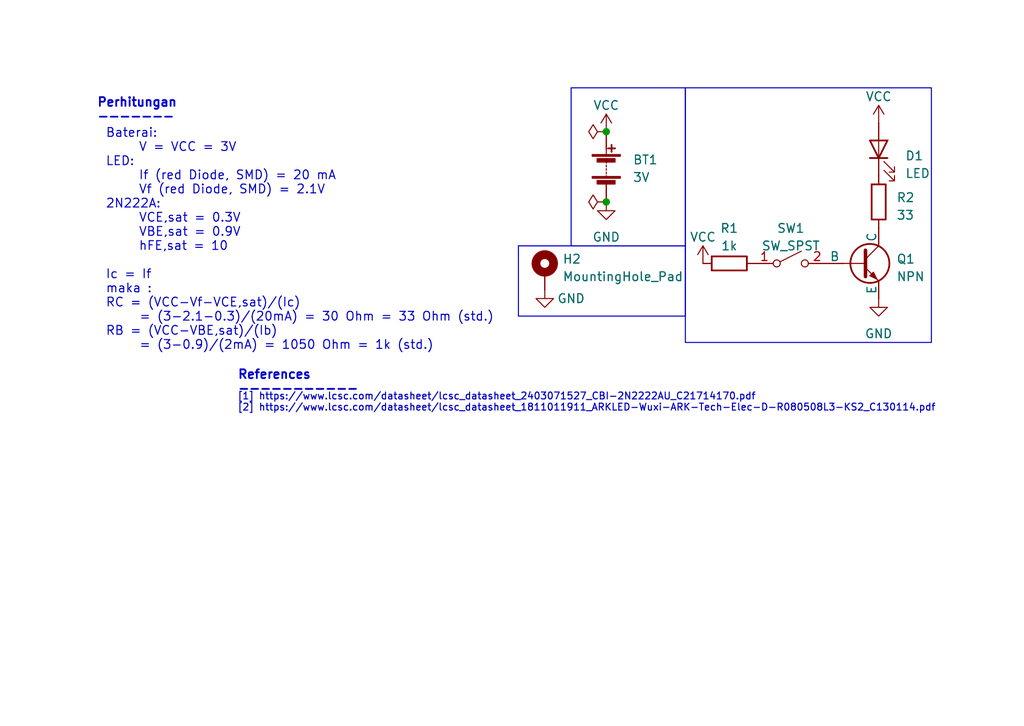
<source format=kicad_sch>
(kicad_sch (version 20230121) (generator eeschema)

  (uuid 80fe8cff-c6b2-4c60-a93b-1dd1e2b73d64)

  (paper "User" 148.006 105.004)

  (title_block
    (title "Transistor as Switch (Badge)")
    (date "2024-04-07")
    (rev "1")
    (company "Institut Teknologi Bandung")
    (comment 1 "Bostang Palaguna")
    (comment 2 "Designer by :")
  )

  (lib_symbols
    (symbol "Device:Battery" (pin_numbers hide) (pin_names (offset 0) hide) (in_bom yes) (on_board yes)
      (property "Reference" "BT" (at 2.54 2.54 0)
        (effects (font (size 1.27 1.27)) (justify left))
      )
      (property "Value" "Battery" (at 2.54 0 0)
        (effects (font (size 1.27 1.27)) (justify left))
      )
      (property "Footprint" "" (at 0 1.524 90)
        (effects (font (size 1.27 1.27)) hide)
      )
      (property "Datasheet" "~" (at 0 1.524 90)
        (effects (font (size 1.27 1.27)) hide)
      )
      (property "ki_keywords" "batt voltage-source cell" (at 0 0 0)
        (effects (font (size 1.27 1.27)) hide)
      )
      (property "ki_description" "Multiple-cell battery" (at 0 0 0)
        (effects (font (size 1.27 1.27)) hide)
      )
      (symbol "Battery_0_1"
        (rectangle (start -2.032 -1.397) (end 2.032 -1.651)
          (stroke (width 0) (type default))
          (fill (type outline))
        )
        (rectangle (start -2.032 1.778) (end 2.032 1.524)
          (stroke (width 0) (type default))
          (fill (type outline))
        )
        (rectangle (start -1.3208 -1.9812) (end 1.27 -2.4892)
          (stroke (width 0) (type default))
          (fill (type outline))
        )
        (rectangle (start -1.3208 1.1938) (end 1.27 0.6858)
          (stroke (width 0) (type default))
          (fill (type outline))
        )
        (polyline
          (pts
            (xy 0 -1.524)
            (xy 0 -1.27)
          )
          (stroke (width 0) (type default))
          (fill (type none))
        )
        (polyline
          (pts
            (xy 0 -1.016)
            (xy 0 -0.762)
          )
          (stroke (width 0) (type default))
          (fill (type none))
        )
        (polyline
          (pts
            (xy 0 -0.508)
            (xy 0 -0.254)
          )
          (stroke (width 0) (type default))
          (fill (type none))
        )
        (polyline
          (pts
            (xy 0 0)
            (xy 0 0.254)
          )
          (stroke (width 0) (type default))
          (fill (type none))
        )
        (polyline
          (pts
            (xy 0 0.508)
            (xy 0 0.762)
          )
          (stroke (width 0) (type default))
          (fill (type none))
        )
        (polyline
          (pts
            (xy 0 1.778)
            (xy 0 2.54)
          )
          (stroke (width 0) (type default))
          (fill (type none))
        )
        (polyline
          (pts
            (xy 0.254 2.667)
            (xy 1.27 2.667)
          )
          (stroke (width 0.254) (type default))
          (fill (type none))
        )
        (polyline
          (pts
            (xy 0.762 3.175)
            (xy 0.762 2.159)
          )
          (stroke (width 0.254) (type default))
          (fill (type none))
        )
      )
      (symbol "Battery_1_1"
        (pin passive line (at 0 5.08 270) (length 2.54)
          (name "+" (effects (font (size 1.27 1.27))))
          (number "1" (effects (font (size 1.27 1.27))))
        )
        (pin passive line (at 0 -5.08 90) (length 2.54)
          (name "-" (effects (font (size 1.27 1.27))))
          (number "2" (effects (font (size 1.27 1.27))))
        )
      )
    )
    (symbol "Device:LED" (pin_numbers hide) (pin_names (offset 1.016) hide) (in_bom yes) (on_board yes)
      (property "Reference" "D" (at 0 2.54 0)
        (effects (font (size 1.27 1.27)))
      )
      (property "Value" "LED" (at 0 -2.54 0)
        (effects (font (size 1.27 1.27)))
      )
      (property "Footprint" "" (at 0 0 0)
        (effects (font (size 1.27 1.27)) hide)
      )
      (property "Datasheet" "~" (at 0 0 0)
        (effects (font (size 1.27 1.27)) hide)
      )
      (property "ki_keywords" "LED diode" (at 0 0 0)
        (effects (font (size 1.27 1.27)) hide)
      )
      (property "ki_description" "Light emitting diode" (at 0 0 0)
        (effects (font (size 1.27 1.27)) hide)
      )
      (property "ki_fp_filters" "LED* LED_SMD:* LED_THT:*" (at 0 0 0)
        (effects (font (size 1.27 1.27)) hide)
      )
      (symbol "LED_0_1"
        (polyline
          (pts
            (xy -1.27 -1.27)
            (xy -1.27 1.27)
          )
          (stroke (width 0.254) (type default))
          (fill (type none))
        )
        (polyline
          (pts
            (xy -1.27 0)
            (xy 1.27 0)
          )
          (stroke (width 0) (type default))
          (fill (type none))
        )
        (polyline
          (pts
            (xy 1.27 -1.27)
            (xy 1.27 1.27)
            (xy -1.27 0)
            (xy 1.27 -1.27)
          )
          (stroke (width 0.254) (type default))
          (fill (type none))
        )
        (polyline
          (pts
            (xy -3.048 -0.762)
            (xy -4.572 -2.286)
            (xy -3.81 -2.286)
            (xy -4.572 -2.286)
            (xy -4.572 -1.524)
          )
          (stroke (width 0) (type default))
          (fill (type none))
        )
        (polyline
          (pts
            (xy -1.778 -0.762)
            (xy -3.302 -2.286)
            (xy -2.54 -2.286)
            (xy -3.302 -2.286)
            (xy -3.302 -1.524)
          )
          (stroke (width 0) (type default))
          (fill (type none))
        )
      )
      (symbol "LED_1_1"
        (pin passive line (at -3.81 0 0) (length 2.54)
          (name "K" (effects (font (size 1.27 1.27))))
          (number "1" (effects (font (size 1.27 1.27))))
        )
        (pin passive line (at 3.81 0 180) (length 2.54)
          (name "A" (effects (font (size 1.27 1.27))))
          (number "2" (effects (font (size 1.27 1.27))))
        )
      )
    )
    (symbol "Device:R" (pin_numbers hide) (pin_names (offset 0)) (in_bom yes) (on_board yes)
      (property "Reference" "R" (at 2.032 0 90)
        (effects (font (size 1.27 1.27)))
      )
      (property "Value" "R" (at 0 0 90)
        (effects (font (size 1.27 1.27)))
      )
      (property "Footprint" "" (at -1.778 0 90)
        (effects (font (size 1.27 1.27)) hide)
      )
      (property "Datasheet" "~" (at 0 0 0)
        (effects (font (size 1.27 1.27)) hide)
      )
      (property "ki_keywords" "R res resistor" (at 0 0 0)
        (effects (font (size 1.27 1.27)) hide)
      )
      (property "ki_description" "Resistor" (at 0 0 0)
        (effects (font (size 1.27 1.27)) hide)
      )
      (property "ki_fp_filters" "R_*" (at 0 0 0)
        (effects (font (size 1.27 1.27)) hide)
      )
      (symbol "R_0_1"
        (rectangle (start -1.016 -2.54) (end 1.016 2.54)
          (stroke (width 0.254) (type default))
          (fill (type none))
        )
      )
      (symbol "R_1_1"
        (pin passive line (at 0 3.81 270) (length 1.27)
          (name "~" (effects (font (size 1.27 1.27))))
          (number "1" (effects (font (size 1.27 1.27))))
        )
        (pin passive line (at 0 -3.81 90) (length 1.27)
          (name "~" (effects (font (size 1.27 1.27))))
          (number "2" (effects (font (size 1.27 1.27))))
        )
      )
    )
    (symbol "Mechanical:MountingHole_Pad" (pin_numbers hide) (pin_names (offset 1.016) hide) (in_bom yes) (on_board yes)
      (property "Reference" "H" (at 0 6.35 0)
        (effects (font (size 1.27 1.27)))
      )
      (property "Value" "MountingHole_Pad" (at 0 4.445 0)
        (effects (font (size 1.27 1.27)))
      )
      (property "Footprint" "" (at 0 0 0)
        (effects (font (size 1.27 1.27)) hide)
      )
      (property "Datasheet" "~" (at 0 0 0)
        (effects (font (size 1.27 1.27)) hide)
      )
      (property "ki_keywords" "mounting hole" (at 0 0 0)
        (effects (font (size 1.27 1.27)) hide)
      )
      (property "ki_description" "Mounting Hole with connection" (at 0 0 0)
        (effects (font (size 1.27 1.27)) hide)
      )
      (property "ki_fp_filters" "MountingHole*Pad*" (at 0 0 0)
        (effects (font (size 1.27 1.27)) hide)
      )
      (symbol "MountingHole_Pad_0_1"
        (circle (center 0 1.27) (radius 1.27)
          (stroke (width 1.27) (type default))
          (fill (type none))
        )
      )
      (symbol "MountingHole_Pad_1_1"
        (pin input line (at 0 -2.54 90) (length 2.54)
          (name "1" (effects (font (size 1.27 1.27))))
          (number "1" (effects (font (size 1.27 1.27))))
        )
      )
    )
    (symbol "NPN_2N222A:NPN" (pin_numbers hide) (pin_names (offset 0)) (in_bom yes) (on_board yes)
      (property "Reference" "Q" (at -2.54 7.62 0)
        (effects (font (size 1.27 1.27)))
      )
      (property "Value" "NPN" (at -2.54 5.08 0)
        (effects (font (size 1.27 1.27)))
      )
      (property "Footprint" "" (at 63.5 0 0)
        (effects (font (size 1.27 1.27)) hide)
      )
      (property "Datasheet" "~" (at 63.5 0 0)
        (effects (font (size 1.27 1.27)) hide)
      )
      (property "Sim.Device" "NPN" (at 0 0 0)
        (effects (font (size 1.27 1.27)) hide)
      )
      (property "Sim.Type" "GUMMELPOON" (at 0 0 0)
        (effects (font (size 1.27 1.27)) hide)
      )
      (property "Sim.Pins" "1=C 2=B 3=E" (at 0 0 0)
        (effects (font (size 1.27 1.27)) hide)
      )
      (property "ki_keywords" "simulation" (at 0 0 0)
        (effects (font (size 1.27 1.27)) hide)
      )
      (property "ki_description" "Bipolar transistor symbol for simulation only, substrate tied to the emitter" (at 0 0 0)
        (effects (font (size 1.27 1.27)) hide)
      )
      (symbol "NPN_0_1"
        (polyline
          (pts
            (xy -2.54 0)
            (xy 0.635 0)
          )
          (stroke (width 0.1524) (type default))
          (fill (type none))
        )
        (polyline
          (pts
            (xy 0.635 0.635)
            (xy 2.54 2.54)
          )
          (stroke (width 0) (type default))
          (fill (type none))
        )
        (polyline
          (pts
            (xy 2.794 -1.27)
            (xy 2.794 -1.27)
          )
          (stroke (width 0.1524) (type default))
          (fill (type none))
        )
        (polyline
          (pts
            (xy 2.794 -1.27)
            (xy 2.794 -1.27)
          )
          (stroke (width 0.1524) (type default))
          (fill (type none))
        )
        (polyline
          (pts
            (xy 0.635 -0.635)
            (xy 2.54 -2.54)
            (xy 2.54 -2.54)
          )
          (stroke (width 0) (type default))
          (fill (type none))
        )
        (polyline
          (pts
            (xy 0.635 1.905)
            (xy 0.635 -1.905)
            (xy 0.635 -1.905)
          )
          (stroke (width 0.508) (type default))
          (fill (type none))
        )
        (polyline
          (pts
            (xy 1.27 -1.778)
            (xy 1.778 -1.27)
            (xy 2.286 -2.286)
            (xy 1.27 -1.778)
            (xy 1.27 -1.778)
          )
          (stroke (width 0) (type default))
          (fill (type outline))
        )
        (circle (center 1.27 0) (radius 2.8194)
          (stroke (width 0.254) (type default))
          (fill (type none))
        )
      )
      (symbol "NPN_1_1"
        (pin input line (at -5.08 0 0) (length 2.54)
          (name "B" (effects (font (size 1.27 1.27))))
          (number "1" (effects (font (size 1.27 1.27))))
        )
        (pin open_emitter line (at 2.54 -5.08 90) (length 2.54)
          (name "E" (effects (font (size 1.27 1.27))))
          (number "2" (effects (font (size 1.27 1.27))))
        )
        (pin open_collector line (at 2.54 5.08 270) (length 2.54)
          (name "C" (effects (font (size 1.27 1.27))))
          (number "3" (effects (font (size 1.27 1.27))))
        )
      )
    )
    (symbol "Switch:SW_SPST" (pin_names (offset 0) hide) (in_bom yes) (on_board yes)
      (property "Reference" "SW" (at 0 3.175 0)
        (effects (font (size 1.27 1.27)))
      )
      (property "Value" "SW_SPST" (at 0 -2.54 0)
        (effects (font (size 1.27 1.27)))
      )
      (property "Footprint" "" (at 0 0 0)
        (effects (font (size 1.27 1.27)) hide)
      )
      (property "Datasheet" "~" (at 0 0 0)
        (effects (font (size 1.27 1.27)) hide)
      )
      (property "ki_keywords" "switch lever" (at 0 0 0)
        (effects (font (size 1.27 1.27)) hide)
      )
      (property "ki_description" "Single Pole Single Throw (SPST) switch" (at 0 0 0)
        (effects (font (size 1.27 1.27)) hide)
      )
      (symbol "SW_SPST_0_0"
        (circle (center -2.032 0) (radius 0.508)
          (stroke (width 0) (type default))
          (fill (type none))
        )
        (polyline
          (pts
            (xy -1.524 0.254)
            (xy 1.524 1.778)
          )
          (stroke (width 0) (type default))
          (fill (type none))
        )
        (circle (center 2.032 0) (radius 0.508)
          (stroke (width 0) (type default))
          (fill (type none))
        )
      )
      (symbol "SW_SPST_1_1"
        (pin passive line (at -5.08 0 0) (length 2.54)
          (name "A" (effects (font (size 1.27 1.27))))
          (number "1" (effects (font (size 1.27 1.27))))
        )
        (pin passive line (at 5.08 0 180) (length 2.54)
          (name "B" (effects (font (size 1.27 1.27))))
          (number "2" (effects (font (size 1.27 1.27))))
        )
      )
    )
    (symbol "power:GND" (power) (pin_names (offset 0)) (in_bom yes) (on_board yes)
      (property "Reference" "#PWR" (at 0 -6.35 0)
        (effects (font (size 1.27 1.27)) hide)
      )
      (property "Value" "GND" (at 0 -3.81 0)
        (effects (font (size 1.27 1.27)))
      )
      (property "Footprint" "" (at 0 0 0)
        (effects (font (size 1.27 1.27)) hide)
      )
      (property "Datasheet" "" (at 0 0 0)
        (effects (font (size 1.27 1.27)) hide)
      )
      (property "ki_keywords" "global power" (at 0 0 0)
        (effects (font (size 1.27 1.27)) hide)
      )
      (property "ki_description" "Power symbol creates a global label with name \"GND\" , ground" (at 0 0 0)
        (effects (font (size 1.27 1.27)) hide)
      )
      (symbol "GND_0_1"
        (polyline
          (pts
            (xy 0 0)
            (xy 0 -1.27)
            (xy 1.27 -1.27)
            (xy 0 -2.54)
            (xy -1.27 -1.27)
            (xy 0 -1.27)
          )
          (stroke (width 0) (type default))
          (fill (type none))
        )
      )
      (symbol "GND_1_1"
        (pin power_in line (at 0 0 270) (length 0) hide
          (name "GND" (effects (font (size 1.27 1.27))))
          (number "1" (effects (font (size 1.27 1.27))))
        )
      )
    )
    (symbol "power:PWR_FLAG" (power) (pin_numbers hide) (pin_names (offset 0) hide) (in_bom yes) (on_board yes)
      (property "Reference" "#FLG" (at 0 1.905 0)
        (effects (font (size 1.27 1.27)) hide)
      )
      (property "Value" "PWR_FLAG" (at 0 3.81 0)
        (effects (font (size 1.27 1.27)))
      )
      (property "Footprint" "" (at 0 0 0)
        (effects (font (size 1.27 1.27)) hide)
      )
      (property "Datasheet" "~" (at 0 0 0)
        (effects (font (size 1.27 1.27)) hide)
      )
      (property "ki_keywords" "flag power" (at 0 0 0)
        (effects (font (size 1.27 1.27)) hide)
      )
      (property "ki_description" "Special symbol for telling ERC where power comes from" (at 0 0 0)
        (effects (font (size 1.27 1.27)) hide)
      )
      (symbol "PWR_FLAG_0_0"
        (pin power_out line (at 0 0 90) (length 0)
          (name "pwr" (effects (font (size 1.27 1.27))))
          (number "1" (effects (font (size 1.27 1.27))))
        )
      )
      (symbol "PWR_FLAG_0_1"
        (polyline
          (pts
            (xy 0 0)
            (xy 0 1.27)
            (xy -1.016 1.905)
            (xy 0 2.54)
            (xy 1.016 1.905)
            (xy 0 1.27)
          )
          (stroke (width 0) (type default))
          (fill (type none))
        )
      )
    )
    (symbol "power:VCC" (power) (pin_names (offset 0)) (in_bom yes) (on_board yes)
      (property "Reference" "#PWR" (at 0 -3.81 0)
        (effects (font (size 1.27 1.27)) hide)
      )
      (property "Value" "VCC" (at 0 3.81 0)
        (effects (font (size 1.27 1.27)))
      )
      (property "Footprint" "" (at 0 0 0)
        (effects (font (size 1.27 1.27)) hide)
      )
      (property "Datasheet" "" (at 0 0 0)
        (effects (font (size 1.27 1.27)) hide)
      )
      (property "ki_keywords" "global power" (at 0 0 0)
        (effects (font (size 1.27 1.27)) hide)
      )
      (property "ki_description" "Power symbol creates a global label with name \"VCC\"" (at 0 0 0)
        (effects (font (size 1.27 1.27)) hide)
      )
      (symbol "VCC_0_1"
        (polyline
          (pts
            (xy -0.762 1.27)
            (xy 0 2.54)
          )
          (stroke (width 0) (type default))
          (fill (type none))
        )
        (polyline
          (pts
            (xy 0 0)
            (xy 0 2.54)
          )
          (stroke (width 0) (type default))
          (fill (type none))
        )
        (polyline
          (pts
            (xy 0 2.54)
            (xy 0.762 1.27)
          )
          (stroke (width 0) (type default))
          (fill (type none))
        )
      )
      (symbol "VCC_1_1"
        (pin power_in line (at 0 0 90) (length 0) hide
          (name "VCC" (effects (font (size 1.27 1.27))))
          (number "1" (effects (font (size 1.27 1.27))))
        )
      )
    )
  )


  (junction (at 87.63 29.21) (diameter 0) (color 0 0 0 0)
    (uuid 23121ce6-cfc9-4d52-b7af-41abf2afcbae)
  )
  (junction (at 87.63 19.05) (diameter 0) (color 0 0 0 0)
    (uuid f11a83b2-314a-43e7-9697-b416675e22dc)
  )

  (rectangle (start 99.06 12.7) (end 134.62 49.53)
    (stroke (width 0) (type default))
    (fill (type none))
    (uuid 59a997fa-cf71-4bab-878a-874ef120cab6)
  )
  (rectangle (start 82.55 12.7) (end 99.06 35.56)
    (stroke (width 0) (type default))
    (fill (type none))
    (uuid c6aa543e-6fd8-473f-8157-e40677ce5479)
  )
  (rectangle (start 74.93 35.56) (end 99.06 45.72)
    (stroke (width 0) (type default))
    (fill (type none))
    (uuid f959d463-fa80-4965-85d8-5d87c9253da8)
  )

  (text "References\n-----------" (at 34.29 57.15 0)
    (effects (font (size 1.27 1.27) bold) (justify left bottom))
    (uuid 6c3808f2-c862-4e8f-8f69-fbe478a3427c)
  )
  (text "Baterai:\n	V = VCC = 3V\nLED:\n	If (red Diode, SMD) = 20 mA\n	Vf (red Diode, SMD) = 2.1V\n2N222A:\n	VCE,sat = 0.3V\n	VBE,sat = 0.9V\n	hFE,sat = 10\n\nIc = If\nmaka : \nRC = (VCC-Vf-VCE,sat)/(Ic)\n     = (3-2.1-0.3)/(20mA) = 30 Ohm = 33 Ohm (std.)\nRB = (VCC-VBE,sat)/(Ib)\n     = (3-0.9)/(2mA) = 1050 Ohm = 1k (std.)"
    (at 15.24 50.8 0)
    (effects (font (size 1.27 1.27)) (justify left bottom))
    (uuid 84e69652-29c0-490b-901c-1177aff5a7a9)
  )
  (text "[1] https://www.lcsc.com/datasheet/lcsc_datasheet_2403071527_CBI-2N2222AU_C21714170.pdf\n[2] https://www.lcsc.com/datasheet/lcsc_datasheet_1811011911_ARKLED-Wuxi-ARK-Tech-Elec-D-R080508L3-KS2_C130114.pdf"
    (at 34.29 59.69 0)
    (effects (font (size 1 1)) (justify left bottom))
    (uuid e6ecb8bb-9944-476c-9a06-2ff43d68aab4)
  )
  (text "Perhitungan\n-------" (at 13.97 17.78 0)
    (effects (font (size 1.27 1.27) (thickness 0.254) bold) (justify left bottom))
    (uuid fdf91f35-7bda-4c89-9009-a471ff670786)
  )

  (symbol (lib_id "Mechanical:MountingHole_Pad") (at 78.74 39.37 0) (unit 1)
    (in_bom yes) (on_board yes) (dnp no) (fields_autoplaced)
    (uuid 09836efe-c8a1-492f-b06b-d97808fa065d)
    (property "Reference" "H2" (at 81.28 37.465 0)
      (effects (font (size 1.27 1.27)) (justify left))
    )
    (property "Value" "MountingHole_Pad" (at 81.28 40.005 0)
      (effects (font (size 1.27 1.27)) (justify left))
    )
    (property "Footprint" "" (at 78.74 39.37 0)
      (effects (font (size 1.27 1.27)) hide)
    )
    (property "Datasheet" "~" (at 78.74 39.37 0)
      (effects (font (size 1.27 1.27)) hide)
    )
    (pin "1" (uuid 5162b026-5fe6-49a8-8d6a-99b365c41cb8))
    (instances
      (project "ElectronicBadge"
        (path "/80fe8cff-c6b2-4c60-a93b-1dd1e2b73d64"
          (reference "H2") (unit 1)
        )
      )
    )
  )

  (symbol (lib_id "power:GND") (at 87.63 29.21 0) (unit 1)
    (in_bom yes) (on_board yes) (dnp no) (fields_autoplaced)
    (uuid 0c82d88b-b889-4630-89af-83e6995bde6d)
    (property "Reference" "#PWR01" (at 87.63 35.56 0)
      (effects (font (size 1.27 1.27)) hide)
    )
    (property "Value" "GND" (at 87.63 34.29 0)
      (effects (font (size 1.27 1.27)))
    )
    (property "Footprint" "" (at 87.63 29.21 0)
      (effects (font (size 1.27 1.27)) hide)
    )
    (property "Datasheet" "" (at 87.63 29.21 0)
      (effects (font (size 1.27 1.27)) hide)
    )
    (pin "1" (uuid 1e936ea3-40ba-4f8c-b511-9ff8b21b25c2))
    (instances
      (project "ElectronicBadge"
        (path "/80fe8cff-c6b2-4c60-a93b-1dd1e2b73d64"
          (reference "#PWR01") (unit 1)
        )
      )
    )
  )

  (symbol (lib_id "power:PWR_FLAG") (at 87.63 19.05 90) (unit 1)
    (in_bom yes) (on_board yes) (dnp no) (fields_autoplaced)
    (uuid 1a2d2e3b-7fd7-4492-b7ed-cfe3bcaa6810)
    (property "Reference" "#FLG02" (at 85.725 19.05 0)
      (effects (font (size 1.27 1.27)) hide)
    )
    (property "Value" "PWR_FLAG" (at 83.82 19.05 0)
      (effects (font (size 1.27 1.27)) hide)
    )
    (property "Footprint" "" (at 87.63 19.05 0)
      (effects (font (size 1.27 1.27)) hide)
    )
    (property "Datasheet" "~" (at 87.63 19.05 0)
      (effects (font (size 1.27 1.27)) hide)
    )
    (pin "1" (uuid 3ad929e5-c365-408b-8033-ef9ca47b791b))
    (instances
      (project "ElectronicBadge"
        (path "/80fe8cff-c6b2-4c60-a93b-1dd1e2b73d64"
          (reference "#FLG02") (unit 1)
        )
      )
    )
  )

  (symbol (lib_id "Device:R") (at 127 29.21 0) (unit 1)
    (in_bom yes) (on_board yes) (dnp no) (fields_autoplaced)
    (uuid 3f8ef9f4-9549-451a-9d1a-df76764b80f2)
    (property "Reference" "R2" (at 129.54 28.575 0)
      (effects (font (size 1.27 1.27)) (justify left))
    )
    (property "Value" "33" (at 129.54 31.115 0)
      (effects (font (size 1.27 1.27)) (justify left))
    )
    (property "Footprint" "Resistor_SMD:R_0805_2012Metric" (at 125.222 29.21 90)
      (effects (font (size 1.27 1.27)) hide)
    )
    (property "Datasheet" "~" (at 127 29.21 0)
      (effects (font (size 1.27 1.27)) hide)
    )
    (pin "1" (uuid 3a3c488a-0338-4747-92fc-56ea631a03e7))
    (pin "2" (uuid 45a5f6b7-02b9-48a5-9541-c5ad4dbe6f1c))
    (instances
      (project "ElectronicBadge"
        (path "/80fe8cff-c6b2-4c60-a93b-1dd1e2b73d64"
          (reference "R2") (unit 1)
        )
      )
    )
  )

  (symbol (lib_id "Switch:SW_SPST") (at 114.3 38.1 0) (unit 1)
    (in_bom yes) (on_board yes) (dnp no) (fields_autoplaced)
    (uuid 441cbc6b-fee7-4866-bf31-109d185808ad)
    (property "Reference" "SW1" (at 114.3 33.02 0)
      (effects (font (size 1.27 1.27)))
    )
    (property "Value" "SW_SPST" (at 114.3 35.56 0)
      (effects (font (size 1.27 1.27)))
    )
    (property "Footprint" "Button_Switch_SMD:SW_Tactile_SPST_NO_Straight_CK_PTS636Sx25SMTRLFS" (at 114.3 38.1 0)
      (effects (font (size 1.27 1.27)) hide)
    )
    (property "Datasheet" "~" (at 114.3 38.1 0)
      (effects (font (size 1.27 1.27)) hide)
    )
    (pin "1" (uuid 437ee232-1e03-4961-b162-0c1a497bd611))
    (pin "2" (uuid 5c4219fe-ea15-4866-9bde-5d6128e3f5b0))
    (instances
      (project "ElectronicBadge"
        (path "/80fe8cff-c6b2-4c60-a93b-1dd1e2b73d64"
          (reference "SW1") (unit 1)
        )
      )
    )
  )

  (symbol (lib_id "NPN_2N222A:NPN") (at 124.46 38.1 0) (unit 1)
    (in_bom yes) (on_board yes) (dnp no) (fields_autoplaced)
    (uuid 5cf2b2b0-5027-4e26-98c5-1f2343602767)
    (property "Reference" "Q1" (at 129.54 37.465 0)
      (effects (font (size 1.27 1.27)) (justify left))
    )
    (property "Value" "NPN" (at 129.54 40.005 0)
      (effects (font (size 1.27 1.27)) (justify left))
    )
    (property "Footprint" "Package_TO_SOT_SMD:SOT-23-3" (at 187.96 38.1 0)
      (effects (font (size 1.27 1.27)) hide)
    )
    (property "Datasheet" "~" (at 187.96 38.1 0)
      (effects (font (size 1.27 1.27)) hide)
    )
    (property "Sim.Device" "NPN" (at 124.46 38.1 0)
      (effects (font (size 1.27 1.27)) hide)
    )
    (property "Sim.Type" "GUMMELPOON" (at 124.46 38.1 0)
      (effects (font (size 1.27 1.27)) hide)
    )
    (property "Sim.Pins" "1=C 2=B 3=E" (at 124.46 38.1 0)
      (effects (font (size 1.27 1.27)) hide)
    )
    (pin "1" (uuid f7675262-e9b3-4b50-929e-ca71de2d1d8f))
    (pin "2" (uuid 72325ba2-6011-4215-b791-c36a135d3cc9))
    (pin "3" (uuid 6b325055-0413-4118-aaf5-dd84a6560a40))
    (instances
      (project "ElectronicBadge"
        (path "/80fe8cff-c6b2-4c60-a93b-1dd1e2b73d64"
          (reference "Q1") (unit 1)
        )
      )
    )
  )

  (symbol (lib_id "Device:R") (at 105.41 38.1 90) (unit 1)
    (in_bom yes) (on_board yes) (dnp no) (fields_autoplaced)
    (uuid 6dadfba6-ec41-4cea-8047-d7c5b3d5fca1)
    (property "Reference" "R1" (at 105.41 33.02 90)
      (effects (font (size 1.27 1.27)))
    )
    (property "Value" "1k" (at 105.41 35.56 90)
      (effects (font (size 1.27 1.27)))
    )
    (property "Footprint" "Resistor_SMD:R_0805_2012Metric" (at 105.41 39.878 90)
      (effects (font (size 1.27 1.27)) hide)
    )
    (property "Datasheet" "~" (at 105.41 38.1 0)
      (effects (font (size 1.27 1.27)) hide)
    )
    (pin "1" (uuid aa5ebf1b-8d0e-4b65-a8a9-d3e51080865e))
    (pin "2" (uuid b6fd628d-0dd2-4551-bc80-0f5a72156d29))
    (instances
      (project "ElectronicBadge"
        (path "/80fe8cff-c6b2-4c60-a93b-1dd1e2b73d64"
          (reference "R1") (unit 1)
        )
      )
    )
  )

  (symbol (lib_id "power:VCC") (at 87.63 19.05 0) (unit 1)
    (in_bom yes) (on_board yes) (dnp no) (fields_autoplaced)
    (uuid 74555458-5d53-4302-8ebe-b0cdd82fd312)
    (property "Reference" "#PWR02" (at 87.63 22.86 0)
      (effects (font (size 1.27 1.27)) hide)
    )
    (property "Value" "VCC" (at 87.63 15.24 0)
      (effects (font (size 1.27 1.27)))
    )
    (property "Footprint" "" (at 87.63 19.05 0)
      (effects (font (size 1.27 1.27)) hide)
    )
    (property "Datasheet" "" (at 87.63 19.05 0)
      (effects (font (size 1.27 1.27)) hide)
    )
    (pin "1" (uuid 563b3c47-7fdf-4fd1-9eab-7fca87402182))
    (instances
      (project "ElectronicBadge"
        (path "/80fe8cff-c6b2-4c60-a93b-1dd1e2b73d64"
          (reference "#PWR02") (unit 1)
        )
      )
    )
  )

  (symbol (lib_id "power:PWR_FLAG") (at 87.63 29.21 90) (unit 1)
    (in_bom yes) (on_board yes) (dnp no) (fields_autoplaced)
    (uuid 80c18c48-e72a-4d03-bcf7-be976badd166)
    (property "Reference" "#FLG01" (at 85.725 29.21 0)
      (effects (font (size 1.27 1.27)) hide)
    )
    (property "Value" "PWR_FLAG" (at 83.82 29.21 0)
      (effects (font (size 1.27 1.27)) hide)
    )
    (property "Footprint" "" (at 87.63 29.21 0)
      (effects (font (size 1.27 1.27)) hide)
    )
    (property "Datasheet" "~" (at 87.63 29.21 0)
      (effects (font (size 1.27 1.27)) hide)
    )
    (pin "1" (uuid 6caa1133-02d3-4ec9-ac1b-9d748c42d3de))
    (instances
      (project "ElectronicBadge"
        (path "/80fe8cff-c6b2-4c60-a93b-1dd1e2b73d64"
          (reference "#FLG01") (unit 1)
        )
      )
    )
  )

  (symbol (lib_id "power:GND") (at 78.74 41.91 0) (unit 1)
    (in_bom yes) (on_board yes) (dnp no)
    (uuid 93daf1b3-d687-4057-b2fb-73ba7ff94542)
    (property "Reference" "#PWR06" (at 78.74 48.26 0)
      (effects (font (size 1.27 1.27)) hide)
    )
    (property "Value" "GND" (at 82.55 43.18 0)
      (effects (font (size 1.27 1.27)))
    )
    (property "Footprint" "" (at 78.74 41.91 0)
      (effects (font (size 1.27 1.27)) hide)
    )
    (property "Datasheet" "" (at 78.74 41.91 0)
      (effects (font (size 1.27 1.27)) hide)
    )
    (pin "1" (uuid 330fa1af-e214-43a4-94c1-cbbb0d276e0b))
    (instances
      (project "ElectronicBadge"
        (path "/80fe8cff-c6b2-4c60-a93b-1dd1e2b73d64"
          (reference "#PWR06") (unit 1)
        )
      )
    )
  )

  (symbol (lib_id "power:VCC") (at 101.6 38.1 0) (unit 1)
    (in_bom yes) (on_board yes) (dnp no) (fields_autoplaced)
    (uuid aa5c8ba0-4af0-4941-8215-f22a65cce225)
    (property "Reference" "#PWR04" (at 101.6 41.91 0)
      (effects (font (size 1.27 1.27)) hide)
    )
    (property "Value" "VCC" (at 101.6 34.29 0)
      (effects (font (size 1.27 1.27)))
    )
    (property "Footprint" "" (at 101.6 38.1 0)
      (effects (font (size 1.27 1.27)) hide)
    )
    (property "Datasheet" "" (at 101.6 38.1 0)
      (effects (font (size 1.27 1.27)) hide)
    )
    (pin "1" (uuid 66a673f8-25be-418c-836d-427f2dd57eec))
    (instances
      (project "ElectronicBadge"
        (path "/80fe8cff-c6b2-4c60-a93b-1dd1e2b73d64"
          (reference "#PWR04") (unit 1)
        )
      )
    )
  )

  (symbol (lib_id "Device:LED") (at 127 21.59 90) (unit 1)
    (in_bom yes) (on_board yes) (dnp no) (fields_autoplaced)
    (uuid b23810be-4f67-45f2-aeeb-8afc98c7a8cc)
    (property "Reference" "D1" (at 130.81 22.5425 90)
      (effects (font (size 1.27 1.27)) (justify right))
    )
    (property "Value" "LED" (at 130.81 25.0825 90)
      (effects (font (size 1.27 1.27)) (justify right))
    )
    (property "Footprint" "LED_SMD:LED_0805_2012Metric" (at 127 21.59 0)
      (effects (font (size 1.27 1.27)) hide)
    )
    (property "Datasheet" "~" (at 127 21.59 0)
      (effects (font (size 1.27 1.27)) hide)
    )
    (pin "1" (uuid d35b0396-0fae-4350-b6cd-3da9d09f2e8f))
    (pin "2" (uuid 4e476a62-df95-41df-bd74-12636f23fa5b))
    (instances
      (project "ElectronicBadge"
        (path "/80fe8cff-c6b2-4c60-a93b-1dd1e2b73d64"
          (reference "D1") (unit 1)
        )
      )
    )
  )

  (symbol (lib_id "power:VCC") (at 127 17.78 0) (unit 1)
    (in_bom yes) (on_board yes) (dnp no) (fields_autoplaced)
    (uuid ce62c91f-b7e3-4807-9c86-23112a03f996)
    (property "Reference" "#PWR03" (at 127 21.59 0)
      (effects (font (size 1.27 1.27)) hide)
    )
    (property "Value" "VCC" (at 127 13.97 0)
      (effects (font (size 1.27 1.27)))
    )
    (property "Footprint" "" (at 127 17.78 0)
      (effects (font (size 1.27 1.27)) hide)
    )
    (property "Datasheet" "" (at 127 17.78 0)
      (effects (font (size 1.27 1.27)) hide)
    )
    (pin "1" (uuid 714a854d-8c68-4ff9-8f0f-54d0d4bb20ca))
    (instances
      (project "ElectronicBadge"
        (path "/80fe8cff-c6b2-4c60-a93b-1dd1e2b73d64"
          (reference "#PWR03") (unit 1)
        )
      )
    )
  )

  (symbol (lib_id "Device:Battery") (at 87.63 24.13 0) (unit 1)
    (in_bom yes) (on_board yes) (dnp no) (fields_autoplaced)
    (uuid d7e4663d-d01d-4ac2-a9cb-49fbf909ca3f)
    (property "Reference" "BT1" (at 91.44 23.114 0)
      (effects (font (size 1.27 1.27)) (justify left))
    )
    (property "Value" "3V" (at 91.44 25.654 0)
      (effects (font (size 1.27 1.27)) (justify left))
    )
    (property "Footprint" "Battery:BatteryHolder_Keystone_107_1x23mm" (at 87.63 22.606 90)
      (effects (font (size 1.27 1.27)) hide)
    )
    (property "Datasheet" "~" (at 87.63 22.606 90)
      (effects (font (size 1.27 1.27)) hide)
    )
    (pin "1" (uuid 6ebd1462-c123-4d1a-b35f-c40b052a098d))
    (pin "2" (uuid 6260247a-4944-4a94-a450-707127e19f2c))
    (instances
      (project "ElectronicBadge"
        (path "/80fe8cff-c6b2-4c60-a93b-1dd1e2b73d64"
          (reference "BT1") (unit 1)
        )
      )
    )
  )

  (symbol (lib_id "power:GND") (at 127 43.18 0) (unit 1)
    (in_bom yes) (on_board yes) (dnp no) (fields_autoplaced)
    (uuid f61e9cbd-033c-4841-8036-b3101c6cc42b)
    (property "Reference" "#PWR05" (at 127 49.53 0)
      (effects (font (size 1.27 1.27)) hide)
    )
    (property "Value" "GND" (at 127 48.26 0)
      (effects (font (size 1.27 1.27)))
    )
    (property "Footprint" "" (at 127 43.18 0)
      (effects (font (size 1.27 1.27)) hide)
    )
    (property "Datasheet" "" (at 127 43.18 0)
      (effects (font (size 1.27 1.27)) hide)
    )
    (pin "1" (uuid 5e05d15f-a28e-4c86-8ba2-a63fc0df379e))
    (instances
      (project "ElectronicBadge"
        (path "/80fe8cff-c6b2-4c60-a93b-1dd1e2b73d64"
          (reference "#PWR05") (unit 1)
        )
      )
    )
  )

  (sheet_instances
    (path "/" (page "1"))
  )
)

</source>
